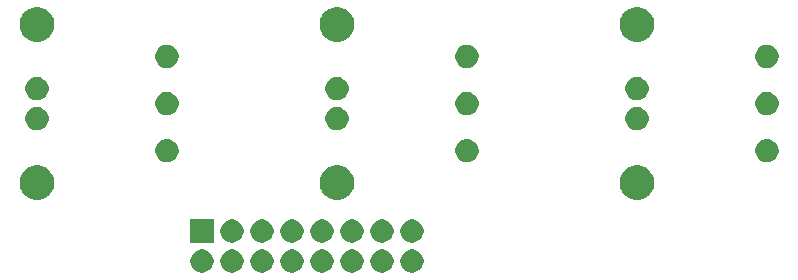
<source format=gbr>
G04 #@! TF.GenerationSoftware,KiCad,Pcbnew,(5.0.1)-3*
G04 #@! TF.CreationDate,2018-11-05T21:06:12-08:00*
G04 #@! TF.ProjectId,500-1137,3530302D313133372E6B696361645F70,rev?*
G04 #@! TF.SameCoordinates,Original*
G04 #@! TF.FileFunction,Soldermask,Top*
G04 #@! TF.FilePolarity,Negative*
%FSLAX46Y46*%
G04 Gerber Fmt 4.6, Leading zero omitted, Abs format (unit mm)*
G04 Created by KiCad (PCBNEW (5.0.1)-3) date 11/5/2018 9:06:12 PM*
%MOMM*%
%LPD*%
G01*
G04 APERTURE LIST*
%ADD10C,0.100000*%
G04 APERTURE END LIST*
D10*
G36*
X108174426Y-88572897D02*
X108238014Y-88585545D01*
X108417709Y-88659977D01*
X108579431Y-88768036D01*
X108716964Y-88905569D01*
X108825023Y-89067291D01*
X108899455Y-89246986D01*
X108937400Y-89437750D01*
X108937400Y-89632250D01*
X108899455Y-89823014D01*
X108825023Y-90002709D01*
X108716964Y-90164431D01*
X108579431Y-90301964D01*
X108417709Y-90410023D01*
X108238014Y-90484455D01*
X108174426Y-90497103D01*
X108047252Y-90522400D01*
X107852748Y-90522400D01*
X107725574Y-90497103D01*
X107661986Y-90484455D01*
X107482291Y-90410023D01*
X107320569Y-90301964D01*
X107183036Y-90164431D01*
X107074977Y-90002709D01*
X107000545Y-89823014D01*
X106962600Y-89632250D01*
X106962600Y-89437750D01*
X107000545Y-89246986D01*
X107074977Y-89067291D01*
X107183036Y-88905569D01*
X107320569Y-88768036D01*
X107482291Y-88659977D01*
X107661986Y-88585545D01*
X107725574Y-88572897D01*
X107852748Y-88547600D01*
X108047252Y-88547600D01*
X108174426Y-88572897D01*
X108174426Y-88572897D01*
G37*
G36*
X103094426Y-88572897D02*
X103158014Y-88585545D01*
X103337709Y-88659977D01*
X103499431Y-88768036D01*
X103636964Y-88905569D01*
X103745023Y-89067291D01*
X103819455Y-89246986D01*
X103857400Y-89437750D01*
X103857400Y-89632250D01*
X103819455Y-89823014D01*
X103745023Y-90002709D01*
X103636964Y-90164431D01*
X103499431Y-90301964D01*
X103337709Y-90410023D01*
X103158014Y-90484455D01*
X103094426Y-90497103D01*
X102967252Y-90522400D01*
X102772748Y-90522400D01*
X102645574Y-90497103D01*
X102581986Y-90484455D01*
X102402291Y-90410023D01*
X102240569Y-90301964D01*
X102103036Y-90164431D01*
X101994977Y-90002709D01*
X101920545Y-89823014D01*
X101882600Y-89632250D01*
X101882600Y-89437750D01*
X101920545Y-89246986D01*
X101994977Y-89067291D01*
X102103036Y-88905569D01*
X102240569Y-88768036D01*
X102402291Y-88659977D01*
X102581986Y-88585545D01*
X102645574Y-88572897D01*
X102772748Y-88547600D01*
X102967252Y-88547600D01*
X103094426Y-88572897D01*
X103094426Y-88572897D01*
G37*
G36*
X105634426Y-88572897D02*
X105698014Y-88585545D01*
X105877709Y-88659977D01*
X106039431Y-88768036D01*
X106176964Y-88905569D01*
X106285023Y-89067291D01*
X106359455Y-89246986D01*
X106397400Y-89437750D01*
X106397400Y-89632250D01*
X106359455Y-89823014D01*
X106285023Y-90002709D01*
X106176964Y-90164431D01*
X106039431Y-90301964D01*
X105877709Y-90410023D01*
X105698014Y-90484455D01*
X105634426Y-90497103D01*
X105507252Y-90522400D01*
X105312748Y-90522400D01*
X105185574Y-90497103D01*
X105121986Y-90484455D01*
X104942291Y-90410023D01*
X104780569Y-90301964D01*
X104643036Y-90164431D01*
X104534977Y-90002709D01*
X104460545Y-89823014D01*
X104422600Y-89632250D01*
X104422600Y-89437750D01*
X104460545Y-89246986D01*
X104534977Y-89067291D01*
X104643036Y-88905569D01*
X104780569Y-88768036D01*
X104942291Y-88659977D01*
X105121986Y-88585545D01*
X105185574Y-88572897D01*
X105312748Y-88547600D01*
X105507252Y-88547600D01*
X105634426Y-88572897D01*
X105634426Y-88572897D01*
G37*
G36*
X100554426Y-88572897D02*
X100618014Y-88585545D01*
X100797709Y-88659977D01*
X100959431Y-88768036D01*
X101096964Y-88905569D01*
X101205023Y-89067291D01*
X101279455Y-89246986D01*
X101317400Y-89437750D01*
X101317400Y-89632250D01*
X101279455Y-89823014D01*
X101205023Y-90002709D01*
X101096964Y-90164431D01*
X100959431Y-90301964D01*
X100797709Y-90410023D01*
X100618014Y-90484455D01*
X100554426Y-90497103D01*
X100427252Y-90522400D01*
X100232748Y-90522400D01*
X100105574Y-90497103D01*
X100041986Y-90484455D01*
X99862291Y-90410023D01*
X99700569Y-90301964D01*
X99563036Y-90164431D01*
X99454977Y-90002709D01*
X99380545Y-89823014D01*
X99342600Y-89632250D01*
X99342600Y-89437750D01*
X99380545Y-89246986D01*
X99454977Y-89067291D01*
X99563036Y-88905569D01*
X99700569Y-88768036D01*
X99862291Y-88659977D01*
X100041986Y-88585545D01*
X100105574Y-88572897D01*
X100232748Y-88547600D01*
X100427252Y-88547600D01*
X100554426Y-88572897D01*
X100554426Y-88572897D01*
G37*
G36*
X98014426Y-88572897D02*
X98078014Y-88585545D01*
X98257709Y-88659977D01*
X98419431Y-88768036D01*
X98556964Y-88905569D01*
X98665023Y-89067291D01*
X98739455Y-89246986D01*
X98777400Y-89437750D01*
X98777400Y-89632250D01*
X98739455Y-89823014D01*
X98665023Y-90002709D01*
X98556964Y-90164431D01*
X98419431Y-90301964D01*
X98257709Y-90410023D01*
X98078014Y-90484455D01*
X98014426Y-90497103D01*
X97887252Y-90522400D01*
X97692748Y-90522400D01*
X97565574Y-90497103D01*
X97501986Y-90484455D01*
X97322291Y-90410023D01*
X97160569Y-90301964D01*
X97023036Y-90164431D01*
X96914977Y-90002709D01*
X96840545Y-89823014D01*
X96802600Y-89632250D01*
X96802600Y-89437750D01*
X96840545Y-89246986D01*
X96914977Y-89067291D01*
X97023036Y-88905569D01*
X97160569Y-88768036D01*
X97322291Y-88659977D01*
X97501986Y-88585545D01*
X97565574Y-88572897D01*
X97692748Y-88547600D01*
X97887252Y-88547600D01*
X98014426Y-88572897D01*
X98014426Y-88572897D01*
G37*
G36*
X95474426Y-88572897D02*
X95538014Y-88585545D01*
X95717709Y-88659977D01*
X95879431Y-88768036D01*
X96016964Y-88905569D01*
X96125023Y-89067291D01*
X96199455Y-89246986D01*
X96237400Y-89437750D01*
X96237400Y-89632250D01*
X96199455Y-89823014D01*
X96125023Y-90002709D01*
X96016964Y-90164431D01*
X95879431Y-90301964D01*
X95717709Y-90410023D01*
X95538014Y-90484455D01*
X95474426Y-90497103D01*
X95347252Y-90522400D01*
X95152748Y-90522400D01*
X95025574Y-90497103D01*
X94961986Y-90484455D01*
X94782291Y-90410023D01*
X94620569Y-90301964D01*
X94483036Y-90164431D01*
X94374977Y-90002709D01*
X94300545Y-89823014D01*
X94262600Y-89632250D01*
X94262600Y-89437750D01*
X94300545Y-89246986D01*
X94374977Y-89067291D01*
X94483036Y-88905569D01*
X94620569Y-88768036D01*
X94782291Y-88659977D01*
X94961986Y-88585545D01*
X95025574Y-88572897D01*
X95152748Y-88547600D01*
X95347252Y-88547600D01*
X95474426Y-88572897D01*
X95474426Y-88572897D01*
G37*
G36*
X92934426Y-88572897D02*
X92998014Y-88585545D01*
X93177709Y-88659977D01*
X93339431Y-88768036D01*
X93476964Y-88905569D01*
X93585023Y-89067291D01*
X93659455Y-89246986D01*
X93697400Y-89437750D01*
X93697400Y-89632250D01*
X93659455Y-89823014D01*
X93585023Y-90002709D01*
X93476964Y-90164431D01*
X93339431Y-90301964D01*
X93177709Y-90410023D01*
X92998014Y-90484455D01*
X92934426Y-90497103D01*
X92807252Y-90522400D01*
X92612748Y-90522400D01*
X92485574Y-90497103D01*
X92421986Y-90484455D01*
X92242291Y-90410023D01*
X92080569Y-90301964D01*
X91943036Y-90164431D01*
X91834977Y-90002709D01*
X91760545Y-89823014D01*
X91722600Y-89632250D01*
X91722600Y-89437750D01*
X91760545Y-89246986D01*
X91834977Y-89067291D01*
X91943036Y-88905569D01*
X92080569Y-88768036D01*
X92242291Y-88659977D01*
X92421986Y-88585545D01*
X92485574Y-88572897D01*
X92612748Y-88547600D01*
X92807252Y-88547600D01*
X92934426Y-88572897D01*
X92934426Y-88572897D01*
G37*
G36*
X90394426Y-88572897D02*
X90458014Y-88585545D01*
X90637709Y-88659977D01*
X90799431Y-88768036D01*
X90936964Y-88905569D01*
X91045023Y-89067291D01*
X91119455Y-89246986D01*
X91157400Y-89437750D01*
X91157400Y-89632250D01*
X91119455Y-89823014D01*
X91045023Y-90002709D01*
X90936964Y-90164431D01*
X90799431Y-90301964D01*
X90637709Y-90410023D01*
X90458014Y-90484455D01*
X90394426Y-90497103D01*
X90267252Y-90522400D01*
X90072748Y-90522400D01*
X89945574Y-90497103D01*
X89881986Y-90484455D01*
X89702291Y-90410023D01*
X89540569Y-90301964D01*
X89403036Y-90164431D01*
X89294977Y-90002709D01*
X89220545Y-89823014D01*
X89182600Y-89632250D01*
X89182600Y-89437750D01*
X89220545Y-89246986D01*
X89294977Y-89067291D01*
X89403036Y-88905569D01*
X89540569Y-88768036D01*
X89702291Y-88659977D01*
X89881986Y-88585545D01*
X89945574Y-88572897D01*
X90072748Y-88547600D01*
X90267252Y-88547600D01*
X90394426Y-88572897D01*
X90394426Y-88572897D01*
G37*
G36*
X108174426Y-86032897D02*
X108238014Y-86045545D01*
X108417709Y-86119977D01*
X108579431Y-86228036D01*
X108716964Y-86365569D01*
X108825023Y-86527291D01*
X108899455Y-86706986D01*
X108937400Y-86897750D01*
X108937400Y-87092250D01*
X108899455Y-87283014D01*
X108825023Y-87462709D01*
X108716964Y-87624431D01*
X108579431Y-87761964D01*
X108417709Y-87870023D01*
X108238014Y-87944455D01*
X108174426Y-87957103D01*
X108047252Y-87982400D01*
X107852748Y-87982400D01*
X107725574Y-87957103D01*
X107661986Y-87944455D01*
X107482291Y-87870023D01*
X107320569Y-87761964D01*
X107183036Y-87624431D01*
X107074977Y-87462709D01*
X107000545Y-87283014D01*
X106962600Y-87092250D01*
X106962600Y-86897750D01*
X107000545Y-86706986D01*
X107074977Y-86527291D01*
X107183036Y-86365569D01*
X107320569Y-86228036D01*
X107482291Y-86119977D01*
X107661986Y-86045545D01*
X107725574Y-86032897D01*
X107852748Y-86007600D01*
X108047252Y-86007600D01*
X108174426Y-86032897D01*
X108174426Y-86032897D01*
G37*
G36*
X105634426Y-86032897D02*
X105698014Y-86045545D01*
X105877709Y-86119977D01*
X106039431Y-86228036D01*
X106176964Y-86365569D01*
X106285023Y-86527291D01*
X106359455Y-86706986D01*
X106397400Y-86897750D01*
X106397400Y-87092250D01*
X106359455Y-87283014D01*
X106285023Y-87462709D01*
X106176964Y-87624431D01*
X106039431Y-87761964D01*
X105877709Y-87870023D01*
X105698014Y-87944455D01*
X105634426Y-87957103D01*
X105507252Y-87982400D01*
X105312748Y-87982400D01*
X105185574Y-87957103D01*
X105121986Y-87944455D01*
X104942291Y-87870023D01*
X104780569Y-87761964D01*
X104643036Y-87624431D01*
X104534977Y-87462709D01*
X104460545Y-87283014D01*
X104422600Y-87092250D01*
X104422600Y-86897750D01*
X104460545Y-86706986D01*
X104534977Y-86527291D01*
X104643036Y-86365569D01*
X104780569Y-86228036D01*
X104942291Y-86119977D01*
X105121986Y-86045545D01*
X105185574Y-86032897D01*
X105312748Y-86007600D01*
X105507252Y-86007600D01*
X105634426Y-86032897D01*
X105634426Y-86032897D01*
G37*
G36*
X91157400Y-87982400D02*
X89182600Y-87982400D01*
X89182600Y-86007600D01*
X91157400Y-86007600D01*
X91157400Y-87982400D01*
X91157400Y-87982400D01*
G37*
G36*
X103094426Y-86032897D02*
X103158014Y-86045545D01*
X103337709Y-86119977D01*
X103499431Y-86228036D01*
X103636964Y-86365569D01*
X103745023Y-86527291D01*
X103819455Y-86706986D01*
X103857400Y-86897750D01*
X103857400Y-87092250D01*
X103819455Y-87283014D01*
X103745023Y-87462709D01*
X103636964Y-87624431D01*
X103499431Y-87761964D01*
X103337709Y-87870023D01*
X103158014Y-87944455D01*
X103094426Y-87957103D01*
X102967252Y-87982400D01*
X102772748Y-87982400D01*
X102645574Y-87957103D01*
X102581986Y-87944455D01*
X102402291Y-87870023D01*
X102240569Y-87761964D01*
X102103036Y-87624431D01*
X101994977Y-87462709D01*
X101920545Y-87283014D01*
X101882600Y-87092250D01*
X101882600Y-86897750D01*
X101920545Y-86706986D01*
X101994977Y-86527291D01*
X102103036Y-86365569D01*
X102240569Y-86228036D01*
X102402291Y-86119977D01*
X102581986Y-86045545D01*
X102645574Y-86032897D01*
X102772748Y-86007600D01*
X102967252Y-86007600D01*
X103094426Y-86032897D01*
X103094426Y-86032897D01*
G37*
G36*
X100554426Y-86032897D02*
X100618014Y-86045545D01*
X100797709Y-86119977D01*
X100959431Y-86228036D01*
X101096964Y-86365569D01*
X101205023Y-86527291D01*
X101279455Y-86706986D01*
X101317400Y-86897750D01*
X101317400Y-87092250D01*
X101279455Y-87283014D01*
X101205023Y-87462709D01*
X101096964Y-87624431D01*
X100959431Y-87761964D01*
X100797709Y-87870023D01*
X100618014Y-87944455D01*
X100554426Y-87957103D01*
X100427252Y-87982400D01*
X100232748Y-87982400D01*
X100105574Y-87957103D01*
X100041986Y-87944455D01*
X99862291Y-87870023D01*
X99700569Y-87761964D01*
X99563036Y-87624431D01*
X99454977Y-87462709D01*
X99380545Y-87283014D01*
X99342600Y-87092250D01*
X99342600Y-86897750D01*
X99380545Y-86706986D01*
X99454977Y-86527291D01*
X99563036Y-86365569D01*
X99700569Y-86228036D01*
X99862291Y-86119977D01*
X100041986Y-86045545D01*
X100105574Y-86032897D01*
X100232748Y-86007600D01*
X100427252Y-86007600D01*
X100554426Y-86032897D01*
X100554426Y-86032897D01*
G37*
G36*
X98014426Y-86032897D02*
X98078014Y-86045545D01*
X98257709Y-86119977D01*
X98419431Y-86228036D01*
X98556964Y-86365569D01*
X98665023Y-86527291D01*
X98739455Y-86706986D01*
X98777400Y-86897750D01*
X98777400Y-87092250D01*
X98739455Y-87283014D01*
X98665023Y-87462709D01*
X98556964Y-87624431D01*
X98419431Y-87761964D01*
X98257709Y-87870023D01*
X98078014Y-87944455D01*
X98014426Y-87957103D01*
X97887252Y-87982400D01*
X97692748Y-87982400D01*
X97565574Y-87957103D01*
X97501986Y-87944455D01*
X97322291Y-87870023D01*
X97160569Y-87761964D01*
X97023036Y-87624431D01*
X96914977Y-87462709D01*
X96840545Y-87283014D01*
X96802600Y-87092250D01*
X96802600Y-86897750D01*
X96840545Y-86706986D01*
X96914977Y-86527291D01*
X97023036Y-86365569D01*
X97160569Y-86228036D01*
X97322291Y-86119977D01*
X97501986Y-86045545D01*
X97565574Y-86032897D01*
X97692748Y-86007600D01*
X97887252Y-86007600D01*
X98014426Y-86032897D01*
X98014426Y-86032897D01*
G37*
G36*
X95474426Y-86032897D02*
X95538014Y-86045545D01*
X95717709Y-86119977D01*
X95879431Y-86228036D01*
X96016964Y-86365569D01*
X96125023Y-86527291D01*
X96199455Y-86706986D01*
X96237400Y-86897750D01*
X96237400Y-87092250D01*
X96199455Y-87283014D01*
X96125023Y-87462709D01*
X96016964Y-87624431D01*
X95879431Y-87761964D01*
X95717709Y-87870023D01*
X95538014Y-87944455D01*
X95474426Y-87957103D01*
X95347252Y-87982400D01*
X95152748Y-87982400D01*
X95025574Y-87957103D01*
X94961986Y-87944455D01*
X94782291Y-87870023D01*
X94620569Y-87761964D01*
X94483036Y-87624431D01*
X94374977Y-87462709D01*
X94300545Y-87283014D01*
X94262600Y-87092250D01*
X94262600Y-86897750D01*
X94300545Y-86706986D01*
X94374977Y-86527291D01*
X94483036Y-86365569D01*
X94620569Y-86228036D01*
X94782291Y-86119977D01*
X94961986Y-86045545D01*
X95025574Y-86032897D01*
X95152748Y-86007600D01*
X95347252Y-86007600D01*
X95474426Y-86032897D01*
X95474426Y-86032897D01*
G37*
G36*
X92934426Y-86032897D02*
X92998014Y-86045545D01*
X93177709Y-86119977D01*
X93339431Y-86228036D01*
X93476964Y-86365569D01*
X93585023Y-86527291D01*
X93659455Y-86706986D01*
X93697400Y-86897750D01*
X93697400Y-87092250D01*
X93659455Y-87283014D01*
X93585023Y-87462709D01*
X93476964Y-87624431D01*
X93339431Y-87761964D01*
X93177709Y-87870023D01*
X92998014Y-87944455D01*
X92934426Y-87957103D01*
X92807252Y-87982400D01*
X92612748Y-87982400D01*
X92485574Y-87957103D01*
X92421986Y-87944455D01*
X92242291Y-87870023D01*
X92080569Y-87761964D01*
X91943036Y-87624431D01*
X91834977Y-87462709D01*
X91760545Y-87283014D01*
X91722600Y-87092250D01*
X91722600Y-86897750D01*
X91760545Y-86706986D01*
X91834977Y-86527291D01*
X91943036Y-86365569D01*
X92080569Y-86228036D01*
X92242291Y-86119977D01*
X92421986Y-86045545D01*
X92485574Y-86032897D01*
X92612748Y-86007600D01*
X92807252Y-86007600D01*
X92934426Y-86032897D01*
X92934426Y-86032897D01*
G37*
G36*
X127428781Y-81486490D02*
X127696307Y-81597303D01*
X127937074Y-81758178D01*
X128141822Y-81962926D01*
X128302697Y-82203693D01*
X128413510Y-82471219D01*
X128470000Y-82755216D01*
X128470000Y-83044784D01*
X128413510Y-83328781D01*
X128302697Y-83596307D01*
X128141822Y-83837074D01*
X127937074Y-84041822D01*
X127696307Y-84202697D01*
X127428781Y-84313510D01*
X127144784Y-84370000D01*
X126855216Y-84370000D01*
X126571219Y-84313510D01*
X126303693Y-84202697D01*
X126062926Y-84041822D01*
X125858178Y-83837074D01*
X125697303Y-83596307D01*
X125586490Y-83328781D01*
X125530000Y-83044784D01*
X125530000Y-82755216D01*
X125586490Y-82471219D01*
X125697303Y-82203693D01*
X125858178Y-81962926D01*
X126062926Y-81758178D01*
X126303693Y-81597303D01*
X126571219Y-81486490D01*
X126855216Y-81430000D01*
X127144784Y-81430000D01*
X127428781Y-81486490D01*
X127428781Y-81486490D01*
G37*
G36*
X76628781Y-81486490D02*
X76896307Y-81597303D01*
X77137074Y-81758178D01*
X77341822Y-81962926D01*
X77502697Y-82203693D01*
X77613510Y-82471219D01*
X77670000Y-82755216D01*
X77670000Y-83044784D01*
X77613510Y-83328781D01*
X77502697Y-83596307D01*
X77341822Y-83837074D01*
X77137074Y-84041822D01*
X76896307Y-84202697D01*
X76628781Y-84313510D01*
X76344784Y-84370000D01*
X76055216Y-84370000D01*
X75771219Y-84313510D01*
X75503693Y-84202697D01*
X75262926Y-84041822D01*
X75058178Y-83837074D01*
X74897303Y-83596307D01*
X74786490Y-83328781D01*
X74730000Y-83044784D01*
X74730000Y-82755216D01*
X74786490Y-82471219D01*
X74897303Y-82203693D01*
X75058178Y-81962926D01*
X75262926Y-81758178D01*
X75503693Y-81597303D01*
X75771219Y-81486490D01*
X76055216Y-81430000D01*
X76344784Y-81430000D01*
X76628781Y-81486490D01*
X76628781Y-81486490D01*
G37*
G36*
X102028781Y-81486490D02*
X102296307Y-81597303D01*
X102537074Y-81758178D01*
X102741822Y-81962926D01*
X102902697Y-82203693D01*
X103013510Y-82471219D01*
X103070000Y-82755216D01*
X103070000Y-83044784D01*
X103013510Y-83328781D01*
X102902697Y-83596307D01*
X102741822Y-83837074D01*
X102537074Y-84041822D01*
X102296307Y-84202697D01*
X102028781Y-84313510D01*
X101744784Y-84370000D01*
X101455216Y-84370000D01*
X101171219Y-84313510D01*
X100903693Y-84202697D01*
X100662926Y-84041822D01*
X100458178Y-83837074D01*
X100297303Y-83596307D01*
X100186490Y-83328781D01*
X100130000Y-83044784D01*
X100130000Y-82755216D01*
X100186490Y-82471219D01*
X100297303Y-82203693D01*
X100458178Y-81962926D01*
X100662926Y-81758178D01*
X100903693Y-81597303D01*
X101171219Y-81486490D01*
X101455216Y-81430000D01*
X101744784Y-81430000D01*
X102028781Y-81486490D01*
X102028781Y-81486490D01*
G37*
G36*
X87424426Y-79237897D02*
X87488014Y-79250545D01*
X87667709Y-79324977D01*
X87829431Y-79433036D01*
X87966964Y-79570569D01*
X88075023Y-79732291D01*
X88149455Y-79911986D01*
X88187400Y-80102750D01*
X88187400Y-80297250D01*
X88149455Y-80488014D01*
X88075023Y-80667709D01*
X87966964Y-80829431D01*
X87829431Y-80966964D01*
X87667709Y-81075023D01*
X87488014Y-81149455D01*
X87424426Y-81162103D01*
X87297252Y-81187400D01*
X87102748Y-81187400D01*
X86975574Y-81162103D01*
X86911986Y-81149455D01*
X86732291Y-81075023D01*
X86570569Y-80966964D01*
X86433036Y-80829431D01*
X86324977Y-80667709D01*
X86250545Y-80488014D01*
X86212600Y-80297250D01*
X86212600Y-80102750D01*
X86250545Y-79911986D01*
X86324977Y-79732291D01*
X86433036Y-79570569D01*
X86570569Y-79433036D01*
X86732291Y-79324977D01*
X86911986Y-79250545D01*
X86975574Y-79237897D01*
X87102748Y-79212600D01*
X87297252Y-79212600D01*
X87424426Y-79237897D01*
X87424426Y-79237897D01*
G37*
G36*
X112824426Y-79237897D02*
X112888014Y-79250545D01*
X113067709Y-79324977D01*
X113229431Y-79433036D01*
X113366964Y-79570569D01*
X113475023Y-79732291D01*
X113549455Y-79911986D01*
X113587400Y-80102750D01*
X113587400Y-80297250D01*
X113549455Y-80488014D01*
X113475023Y-80667709D01*
X113366964Y-80829431D01*
X113229431Y-80966964D01*
X113067709Y-81075023D01*
X112888014Y-81149455D01*
X112824426Y-81162103D01*
X112697252Y-81187400D01*
X112502748Y-81187400D01*
X112375574Y-81162103D01*
X112311986Y-81149455D01*
X112132291Y-81075023D01*
X111970569Y-80966964D01*
X111833036Y-80829431D01*
X111724977Y-80667709D01*
X111650545Y-80488014D01*
X111612600Y-80297250D01*
X111612600Y-80102750D01*
X111650545Y-79911986D01*
X111724977Y-79732291D01*
X111833036Y-79570569D01*
X111970569Y-79433036D01*
X112132291Y-79324977D01*
X112311986Y-79250545D01*
X112375574Y-79237897D01*
X112502748Y-79212600D01*
X112697252Y-79212600D01*
X112824426Y-79237897D01*
X112824426Y-79237897D01*
G37*
G36*
X138224426Y-79237897D02*
X138288014Y-79250545D01*
X138467709Y-79324977D01*
X138629431Y-79433036D01*
X138766964Y-79570569D01*
X138875023Y-79732291D01*
X138949455Y-79911986D01*
X138987400Y-80102750D01*
X138987400Y-80297250D01*
X138949455Y-80488014D01*
X138875023Y-80667709D01*
X138766964Y-80829431D01*
X138629431Y-80966964D01*
X138467709Y-81075023D01*
X138288014Y-81149455D01*
X138224426Y-81162103D01*
X138097252Y-81187400D01*
X137902748Y-81187400D01*
X137775574Y-81162103D01*
X137711986Y-81149455D01*
X137532291Y-81075023D01*
X137370569Y-80966964D01*
X137233036Y-80829431D01*
X137124977Y-80667709D01*
X137050545Y-80488014D01*
X137012600Y-80297250D01*
X137012600Y-80102750D01*
X137050545Y-79911986D01*
X137124977Y-79732291D01*
X137233036Y-79570569D01*
X137370569Y-79433036D01*
X137532291Y-79324977D01*
X137711986Y-79250545D01*
X137775574Y-79237897D01*
X137902748Y-79212600D01*
X138097252Y-79212600D01*
X138224426Y-79237897D01*
X138224426Y-79237897D01*
G37*
G36*
X76424426Y-76507897D02*
X76488014Y-76520545D01*
X76667709Y-76594977D01*
X76829431Y-76703036D01*
X76966964Y-76840569D01*
X77075023Y-77002291D01*
X77149455Y-77181986D01*
X77187400Y-77372750D01*
X77187400Y-77567250D01*
X77149455Y-77758014D01*
X77075023Y-77937709D01*
X76966964Y-78099431D01*
X76829431Y-78236964D01*
X76667709Y-78345023D01*
X76488014Y-78419455D01*
X76424426Y-78432103D01*
X76297252Y-78457400D01*
X76102748Y-78457400D01*
X75975574Y-78432103D01*
X75911986Y-78419455D01*
X75732291Y-78345023D01*
X75570569Y-78236964D01*
X75433036Y-78099431D01*
X75324977Y-77937709D01*
X75250545Y-77758014D01*
X75212600Y-77567250D01*
X75212600Y-77372750D01*
X75250545Y-77181986D01*
X75324977Y-77002291D01*
X75433036Y-76840569D01*
X75570569Y-76703036D01*
X75732291Y-76594977D01*
X75911986Y-76520545D01*
X75975574Y-76507897D01*
X76102748Y-76482600D01*
X76297252Y-76482600D01*
X76424426Y-76507897D01*
X76424426Y-76507897D01*
G37*
G36*
X127224426Y-76507897D02*
X127288014Y-76520545D01*
X127467709Y-76594977D01*
X127629431Y-76703036D01*
X127766964Y-76840569D01*
X127875023Y-77002291D01*
X127949455Y-77181986D01*
X127987400Y-77372750D01*
X127987400Y-77567250D01*
X127949455Y-77758014D01*
X127875023Y-77937709D01*
X127766964Y-78099431D01*
X127629431Y-78236964D01*
X127467709Y-78345023D01*
X127288014Y-78419455D01*
X127224426Y-78432103D01*
X127097252Y-78457400D01*
X126902748Y-78457400D01*
X126775574Y-78432103D01*
X126711986Y-78419455D01*
X126532291Y-78345023D01*
X126370569Y-78236964D01*
X126233036Y-78099431D01*
X126124977Y-77937709D01*
X126050545Y-77758014D01*
X126012600Y-77567250D01*
X126012600Y-77372750D01*
X126050545Y-77181986D01*
X126124977Y-77002291D01*
X126233036Y-76840569D01*
X126370569Y-76703036D01*
X126532291Y-76594977D01*
X126711986Y-76520545D01*
X126775574Y-76507897D01*
X126902748Y-76482600D01*
X127097252Y-76482600D01*
X127224426Y-76507897D01*
X127224426Y-76507897D01*
G37*
G36*
X101824426Y-76507897D02*
X101888014Y-76520545D01*
X102067709Y-76594977D01*
X102229431Y-76703036D01*
X102366964Y-76840569D01*
X102475023Y-77002291D01*
X102549455Y-77181986D01*
X102587400Y-77372750D01*
X102587400Y-77567250D01*
X102549455Y-77758014D01*
X102475023Y-77937709D01*
X102366964Y-78099431D01*
X102229431Y-78236964D01*
X102067709Y-78345023D01*
X101888014Y-78419455D01*
X101824426Y-78432103D01*
X101697252Y-78457400D01*
X101502748Y-78457400D01*
X101375574Y-78432103D01*
X101311986Y-78419455D01*
X101132291Y-78345023D01*
X100970569Y-78236964D01*
X100833036Y-78099431D01*
X100724977Y-77937709D01*
X100650545Y-77758014D01*
X100612600Y-77567250D01*
X100612600Y-77372750D01*
X100650545Y-77181986D01*
X100724977Y-77002291D01*
X100833036Y-76840569D01*
X100970569Y-76703036D01*
X101132291Y-76594977D01*
X101311986Y-76520545D01*
X101375574Y-76507897D01*
X101502748Y-76482600D01*
X101697252Y-76482600D01*
X101824426Y-76507897D01*
X101824426Y-76507897D01*
G37*
G36*
X112824426Y-75237897D02*
X112888014Y-75250545D01*
X113067709Y-75324977D01*
X113229431Y-75433036D01*
X113366964Y-75570569D01*
X113475023Y-75732291D01*
X113549455Y-75911986D01*
X113587400Y-76102750D01*
X113587400Y-76297250D01*
X113549455Y-76488014D01*
X113475023Y-76667709D01*
X113366964Y-76829431D01*
X113229431Y-76966964D01*
X113067709Y-77075023D01*
X112888014Y-77149455D01*
X112824426Y-77162103D01*
X112697252Y-77187400D01*
X112502748Y-77187400D01*
X112375574Y-77162103D01*
X112311986Y-77149455D01*
X112132291Y-77075023D01*
X111970569Y-76966964D01*
X111833036Y-76829431D01*
X111724977Y-76667709D01*
X111650545Y-76488014D01*
X111612600Y-76297250D01*
X111612600Y-76102750D01*
X111650545Y-75911986D01*
X111724977Y-75732291D01*
X111833036Y-75570569D01*
X111970569Y-75433036D01*
X112132291Y-75324977D01*
X112311986Y-75250545D01*
X112375574Y-75237897D01*
X112502748Y-75212600D01*
X112697252Y-75212600D01*
X112824426Y-75237897D01*
X112824426Y-75237897D01*
G37*
G36*
X87424426Y-75237897D02*
X87488014Y-75250545D01*
X87667709Y-75324977D01*
X87829431Y-75433036D01*
X87966964Y-75570569D01*
X88075023Y-75732291D01*
X88149455Y-75911986D01*
X88187400Y-76102750D01*
X88187400Y-76297250D01*
X88149455Y-76488014D01*
X88075023Y-76667709D01*
X87966964Y-76829431D01*
X87829431Y-76966964D01*
X87667709Y-77075023D01*
X87488014Y-77149455D01*
X87424426Y-77162103D01*
X87297252Y-77187400D01*
X87102748Y-77187400D01*
X86975574Y-77162103D01*
X86911986Y-77149455D01*
X86732291Y-77075023D01*
X86570569Y-76966964D01*
X86433036Y-76829431D01*
X86324977Y-76667709D01*
X86250545Y-76488014D01*
X86212600Y-76297250D01*
X86212600Y-76102750D01*
X86250545Y-75911986D01*
X86324977Y-75732291D01*
X86433036Y-75570569D01*
X86570569Y-75433036D01*
X86732291Y-75324977D01*
X86911986Y-75250545D01*
X86975574Y-75237897D01*
X87102748Y-75212600D01*
X87297252Y-75212600D01*
X87424426Y-75237897D01*
X87424426Y-75237897D01*
G37*
G36*
X138224426Y-75237897D02*
X138288014Y-75250545D01*
X138467709Y-75324977D01*
X138629431Y-75433036D01*
X138766964Y-75570569D01*
X138875023Y-75732291D01*
X138949455Y-75911986D01*
X138987400Y-76102750D01*
X138987400Y-76297250D01*
X138949455Y-76488014D01*
X138875023Y-76667709D01*
X138766964Y-76829431D01*
X138629431Y-76966964D01*
X138467709Y-77075023D01*
X138288014Y-77149455D01*
X138224426Y-77162103D01*
X138097252Y-77187400D01*
X137902748Y-77187400D01*
X137775574Y-77162103D01*
X137711986Y-77149455D01*
X137532291Y-77075023D01*
X137370569Y-76966964D01*
X137233036Y-76829431D01*
X137124977Y-76667709D01*
X137050545Y-76488014D01*
X137012600Y-76297250D01*
X137012600Y-76102750D01*
X137050545Y-75911986D01*
X137124977Y-75732291D01*
X137233036Y-75570569D01*
X137370569Y-75433036D01*
X137532291Y-75324977D01*
X137711986Y-75250545D01*
X137775574Y-75237897D01*
X137902748Y-75212600D01*
X138097252Y-75212600D01*
X138224426Y-75237897D01*
X138224426Y-75237897D01*
G37*
G36*
X76424426Y-73967897D02*
X76488014Y-73980545D01*
X76667709Y-74054977D01*
X76829431Y-74163036D01*
X76966964Y-74300569D01*
X77075023Y-74462291D01*
X77149455Y-74641986D01*
X77187400Y-74832750D01*
X77187400Y-75027250D01*
X77149455Y-75218014D01*
X77075023Y-75397709D01*
X76966964Y-75559431D01*
X76829431Y-75696964D01*
X76667709Y-75805023D01*
X76488014Y-75879455D01*
X76424426Y-75892103D01*
X76297252Y-75917400D01*
X76102748Y-75917400D01*
X75975574Y-75892103D01*
X75911986Y-75879455D01*
X75732291Y-75805023D01*
X75570569Y-75696964D01*
X75433036Y-75559431D01*
X75324977Y-75397709D01*
X75250545Y-75218014D01*
X75212600Y-75027250D01*
X75212600Y-74832750D01*
X75250545Y-74641986D01*
X75324977Y-74462291D01*
X75433036Y-74300569D01*
X75570569Y-74163036D01*
X75732291Y-74054977D01*
X75911986Y-73980545D01*
X75975574Y-73967897D01*
X76102748Y-73942600D01*
X76297252Y-73942600D01*
X76424426Y-73967897D01*
X76424426Y-73967897D01*
G37*
G36*
X101824426Y-73967897D02*
X101888014Y-73980545D01*
X102067709Y-74054977D01*
X102229431Y-74163036D01*
X102366964Y-74300569D01*
X102475023Y-74462291D01*
X102549455Y-74641986D01*
X102587400Y-74832750D01*
X102587400Y-75027250D01*
X102549455Y-75218014D01*
X102475023Y-75397709D01*
X102366964Y-75559431D01*
X102229431Y-75696964D01*
X102067709Y-75805023D01*
X101888014Y-75879455D01*
X101824426Y-75892103D01*
X101697252Y-75917400D01*
X101502748Y-75917400D01*
X101375574Y-75892103D01*
X101311986Y-75879455D01*
X101132291Y-75805023D01*
X100970569Y-75696964D01*
X100833036Y-75559431D01*
X100724977Y-75397709D01*
X100650545Y-75218014D01*
X100612600Y-75027250D01*
X100612600Y-74832750D01*
X100650545Y-74641986D01*
X100724977Y-74462291D01*
X100833036Y-74300569D01*
X100970569Y-74163036D01*
X101132291Y-74054977D01*
X101311986Y-73980545D01*
X101375574Y-73967897D01*
X101502748Y-73942600D01*
X101697252Y-73942600D01*
X101824426Y-73967897D01*
X101824426Y-73967897D01*
G37*
G36*
X127224426Y-73967897D02*
X127288014Y-73980545D01*
X127467709Y-74054977D01*
X127629431Y-74163036D01*
X127766964Y-74300569D01*
X127875023Y-74462291D01*
X127949455Y-74641986D01*
X127987400Y-74832750D01*
X127987400Y-75027250D01*
X127949455Y-75218014D01*
X127875023Y-75397709D01*
X127766964Y-75559431D01*
X127629431Y-75696964D01*
X127467709Y-75805023D01*
X127288014Y-75879455D01*
X127224426Y-75892103D01*
X127097252Y-75917400D01*
X126902748Y-75917400D01*
X126775574Y-75892103D01*
X126711986Y-75879455D01*
X126532291Y-75805023D01*
X126370569Y-75696964D01*
X126233036Y-75559431D01*
X126124977Y-75397709D01*
X126050545Y-75218014D01*
X126012600Y-75027250D01*
X126012600Y-74832750D01*
X126050545Y-74641986D01*
X126124977Y-74462291D01*
X126233036Y-74300569D01*
X126370569Y-74163036D01*
X126532291Y-74054977D01*
X126711986Y-73980545D01*
X126775574Y-73967897D01*
X126902748Y-73942600D01*
X127097252Y-73942600D01*
X127224426Y-73967897D01*
X127224426Y-73967897D01*
G37*
G36*
X112824426Y-71237897D02*
X112888014Y-71250545D01*
X113067709Y-71324977D01*
X113229431Y-71433036D01*
X113366964Y-71570569D01*
X113475023Y-71732291D01*
X113549455Y-71911986D01*
X113587400Y-72102750D01*
X113587400Y-72297250D01*
X113549455Y-72488014D01*
X113475023Y-72667709D01*
X113366964Y-72829431D01*
X113229431Y-72966964D01*
X113067709Y-73075023D01*
X112888014Y-73149455D01*
X112824426Y-73162103D01*
X112697252Y-73187400D01*
X112502748Y-73187400D01*
X112375574Y-73162103D01*
X112311986Y-73149455D01*
X112132291Y-73075023D01*
X111970569Y-72966964D01*
X111833036Y-72829431D01*
X111724977Y-72667709D01*
X111650545Y-72488014D01*
X111612600Y-72297250D01*
X111612600Y-72102750D01*
X111650545Y-71911986D01*
X111724977Y-71732291D01*
X111833036Y-71570569D01*
X111970569Y-71433036D01*
X112132291Y-71324977D01*
X112311986Y-71250545D01*
X112375574Y-71237897D01*
X112502748Y-71212600D01*
X112697252Y-71212600D01*
X112824426Y-71237897D01*
X112824426Y-71237897D01*
G37*
G36*
X138224426Y-71237897D02*
X138288014Y-71250545D01*
X138467709Y-71324977D01*
X138629431Y-71433036D01*
X138766964Y-71570569D01*
X138875023Y-71732291D01*
X138949455Y-71911986D01*
X138987400Y-72102750D01*
X138987400Y-72297250D01*
X138949455Y-72488014D01*
X138875023Y-72667709D01*
X138766964Y-72829431D01*
X138629431Y-72966964D01*
X138467709Y-73075023D01*
X138288014Y-73149455D01*
X138224426Y-73162103D01*
X138097252Y-73187400D01*
X137902748Y-73187400D01*
X137775574Y-73162103D01*
X137711986Y-73149455D01*
X137532291Y-73075023D01*
X137370569Y-72966964D01*
X137233036Y-72829431D01*
X137124977Y-72667709D01*
X137050545Y-72488014D01*
X137012600Y-72297250D01*
X137012600Y-72102750D01*
X137050545Y-71911986D01*
X137124977Y-71732291D01*
X137233036Y-71570569D01*
X137370569Y-71433036D01*
X137532291Y-71324977D01*
X137711986Y-71250545D01*
X137775574Y-71237897D01*
X137902748Y-71212600D01*
X138097252Y-71212600D01*
X138224426Y-71237897D01*
X138224426Y-71237897D01*
G37*
G36*
X87424426Y-71237897D02*
X87488014Y-71250545D01*
X87667709Y-71324977D01*
X87829431Y-71433036D01*
X87966964Y-71570569D01*
X88075023Y-71732291D01*
X88149455Y-71911986D01*
X88187400Y-72102750D01*
X88187400Y-72297250D01*
X88149455Y-72488014D01*
X88075023Y-72667709D01*
X87966964Y-72829431D01*
X87829431Y-72966964D01*
X87667709Y-73075023D01*
X87488014Y-73149455D01*
X87424426Y-73162103D01*
X87297252Y-73187400D01*
X87102748Y-73187400D01*
X86975574Y-73162103D01*
X86911986Y-73149455D01*
X86732291Y-73075023D01*
X86570569Y-72966964D01*
X86433036Y-72829431D01*
X86324977Y-72667709D01*
X86250545Y-72488014D01*
X86212600Y-72297250D01*
X86212600Y-72102750D01*
X86250545Y-71911986D01*
X86324977Y-71732291D01*
X86433036Y-71570569D01*
X86570569Y-71433036D01*
X86732291Y-71324977D01*
X86911986Y-71250545D01*
X86975574Y-71237897D01*
X87102748Y-71212600D01*
X87297252Y-71212600D01*
X87424426Y-71237897D01*
X87424426Y-71237897D01*
G37*
G36*
X76628781Y-68086490D02*
X76896307Y-68197303D01*
X77137074Y-68358178D01*
X77341822Y-68562926D01*
X77502697Y-68803693D01*
X77613510Y-69071219D01*
X77670000Y-69355216D01*
X77670000Y-69644784D01*
X77613510Y-69928781D01*
X77502697Y-70196307D01*
X77341822Y-70437074D01*
X77137074Y-70641822D01*
X76896307Y-70802697D01*
X76628781Y-70913510D01*
X76344784Y-70970000D01*
X76055216Y-70970000D01*
X75771219Y-70913510D01*
X75503693Y-70802697D01*
X75262926Y-70641822D01*
X75058178Y-70437074D01*
X74897303Y-70196307D01*
X74786490Y-69928781D01*
X74730000Y-69644784D01*
X74730000Y-69355216D01*
X74786490Y-69071219D01*
X74897303Y-68803693D01*
X75058178Y-68562926D01*
X75262926Y-68358178D01*
X75503693Y-68197303D01*
X75771219Y-68086490D01*
X76055216Y-68030000D01*
X76344784Y-68030000D01*
X76628781Y-68086490D01*
X76628781Y-68086490D01*
G37*
G36*
X102028781Y-68086490D02*
X102296307Y-68197303D01*
X102537074Y-68358178D01*
X102741822Y-68562926D01*
X102902697Y-68803693D01*
X103013510Y-69071219D01*
X103070000Y-69355216D01*
X103070000Y-69644784D01*
X103013510Y-69928781D01*
X102902697Y-70196307D01*
X102741822Y-70437074D01*
X102537074Y-70641822D01*
X102296307Y-70802697D01*
X102028781Y-70913510D01*
X101744784Y-70970000D01*
X101455216Y-70970000D01*
X101171219Y-70913510D01*
X100903693Y-70802697D01*
X100662926Y-70641822D01*
X100458178Y-70437074D01*
X100297303Y-70196307D01*
X100186490Y-69928781D01*
X100130000Y-69644784D01*
X100130000Y-69355216D01*
X100186490Y-69071219D01*
X100297303Y-68803693D01*
X100458178Y-68562926D01*
X100662926Y-68358178D01*
X100903693Y-68197303D01*
X101171219Y-68086490D01*
X101455216Y-68030000D01*
X101744784Y-68030000D01*
X102028781Y-68086490D01*
X102028781Y-68086490D01*
G37*
G36*
X127428781Y-68086490D02*
X127696307Y-68197303D01*
X127937074Y-68358178D01*
X128141822Y-68562926D01*
X128302697Y-68803693D01*
X128413510Y-69071219D01*
X128470000Y-69355216D01*
X128470000Y-69644784D01*
X128413510Y-69928781D01*
X128302697Y-70196307D01*
X128141822Y-70437074D01*
X127937074Y-70641822D01*
X127696307Y-70802697D01*
X127428781Y-70913510D01*
X127144784Y-70970000D01*
X126855216Y-70970000D01*
X126571219Y-70913510D01*
X126303693Y-70802697D01*
X126062926Y-70641822D01*
X125858178Y-70437074D01*
X125697303Y-70196307D01*
X125586490Y-69928781D01*
X125530000Y-69644784D01*
X125530000Y-69355216D01*
X125586490Y-69071219D01*
X125697303Y-68803693D01*
X125858178Y-68562926D01*
X126062926Y-68358178D01*
X126303693Y-68197303D01*
X126571219Y-68086490D01*
X126855216Y-68030000D01*
X127144784Y-68030000D01*
X127428781Y-68086490D01*
X127428781Y-68086490D01*
G37*
M02*

</source>
